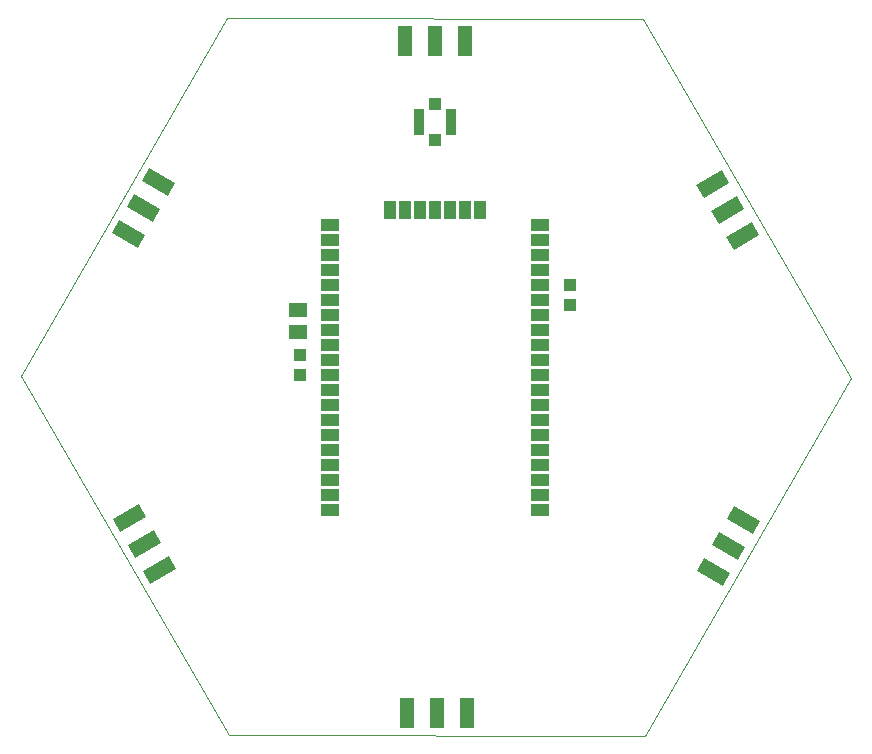
<source format=gbp>
G75*
%MOIN*%
%OFA0B0*%
%FSLAX25Y25*%
%IPPOS*%
%LPD*%
%AMOC8*
5,1,8,0,0,1.08239X$1,22.5*
%
%ADD10C,0.00000*%
%ADD11R,0.05906X0.05118*%
%ADD12R,0.03937X0.04331*%
%ADD13R,0.05000X0.10000*%
%ADD14R,0.10000X0.05000*%
%ADD15R,0.04331X0.03937*%
%ADD16R,0.06000X0.04000*%
%ADD17R,0.04000X0.06000*%
%ADD18R,0.03346X0.08661*%
%ADD19R,0.03937X0.04134*%
D10*
X0156177Y0131750D02*
X0294617Y0131378D01*
X0363514Y0250712D01*
X0293972Y0370419D01*
X0155532Y0370791D01*
X0086634Y0251457D01*
X0156177Y0131750D01*
D11*
X0179174Y0265922D03*
X0179174Y0273402D03*
D12*
X0179875Y0258260D03*
X0179875Y0251567D03*
D13*
X0215397Y0139064D03*
X0225397Y0139064D03*
X0235397Y0139064D03*
X0234752Y0363105D03*
X0224752Y0363105D03*
X0214752Y0363105D03*
D14*
G36*
X0135658Y0311369D02*
X0126998Y0316368D01*
X0129498Y0320699D01*
X0138158Y0315700D01*
X0135658Y0311369D01*
G37*
G36*
X0130658Y0302709D02*
X0121998Y0307708D01*
X0124498Y0312039D01*
X0133158Y0307040D01*
X0130658Y0302709D01*
G37*
G36*
X0125658Y0294049D02*
X0116998Y0299048D01*
X0119498Y0303379D01*
X0128158Y0298380D01*
X0125658Y0294049D01*
G37*
G36*
X0128481Y0204348D02*
X0119821Y0199349D01*
X0117321Y0203680D01*
X0125981Y0208679D01*
X0128481Y0204348D01*
G37*
G36*
X0133481Y0195688D02*
X0124821Y0190689D01*
X0122321Y0195020D01*
X0130981Y0200019D01*
X0133481Y0195688D01*
G37*
G36*
X0138481Y0187027D02*
X0129821Y0182028D01*
X0127321Y0186359D01*
X0135981Y0191358D01*
X0138481Y0187027D01*
G37*
G36*
X0314490Y0190800D02*
X0323150Y0185801D01*
X0320650Y0181470D01*
X0311990Y0186469D01*
X0314490Y0190800D01*
G37*
G36*
X0319490Y0199460D02*
X0328150Y0194461D01*
X0325650Y0190130D01*
X0316990Y0195129D01*
X0319490Y0199460D01*
G37*
G36*
X0324490Y0208120D02*
X0333150Y0203121D01*
X0330650Y0198790D01*
X0321990Y0203789D01*
X0324490Y0208120D01*
G37*
G36*
X0321713Y0297758D02*
X0330373Y0302757D01*
X0332873Y0298426D01*
X0324213Y0293427D01*
X0321713Y0297758D01*
G37*
G36*
X0316713Y0306418D02*
X0325373Y0311417D01*
X0327873Y0307086D01*
X0319213Y0302087D01*
X0316713Y0306418D01*
G37*
G36*
X0311713Y0315078D02*
X0320373Y0320077D01*
X0322873Y0315746D01*
X0314213Y0310747D01*
X0311713Y0315078D01*
G37*
D15*
X0269875Y0281760D03*
X0269875Y0275067D03*
D16*
X0259687Y0276719D03*
X0259687Y0271719D03*
X0259687Y0266719D03*
X0259687Y0261719D03*
X0259687Y0256719D03*
X0259687Y0251719D03*
X0259687Y0246719D03*
X0259687Y0241719D03*
X0259687Y0236719D03*
X0259687Y0231719D03*
X0259687Y0226719D03*
X0259687Y0221719D03*
X0259687Y0216719D03*
X0259687Y0211719D03*
X0259687Y0206719D03*
X0189687Y0206719D03*
X0189687Y0211719D03*
X0189687Y0216719D03*
X0189687Y0221719D03*
X0189687Y0226719D03*
X0189687Y0231719D03*
X0189687Y0236719D03*
X0189687Y0241719D03*
X0189687Y0246719D03*
X0189687Y0251719D03*
X0189687Y0256719D03*
X0189687Y0261719D03*
X0189687Y0266719D03*
X0189687Y0271719D03*
X0189687Y0276719D03*
X0189687Y0281719D03*
X0189687Y0286719D03*
X0189687Y0291719D03*
X0189687Y0296719D03*
X0189687Y0301719D03*
X0259687Y0301719D03*
X0259687Y0296719D03*
X0259687Y0291719D03*
X0259687Y0286719D03*
X0259687Y0281719D03*
D17*
X0239687Y0306719D03*
X0234687Y0306719D03*
X0229687Y0306719D03*
X0224687Y0306719D03*
X0219687Y0306719D03*
X0214687Y0306719D03*
X0209687Y0306719D03*
D18*
X0219218Y0335913D03*
X0230045Y0335913D03*
D19*
X0224631Y0329909D03*
X0224631Y0341917D03*
M02*

</source>
